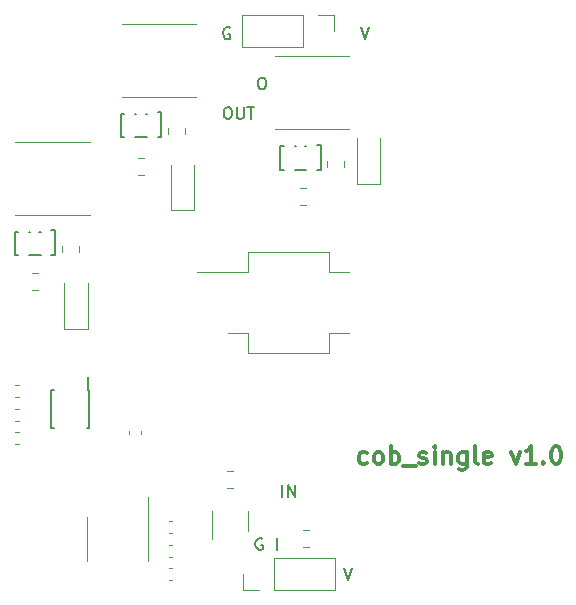
<source format=gbr>
G04 #@! TF.GenerationSoftware,KiCad,Pcbnew,5.1.4-e60b266~84~ubuntu18.04.1*
G04 #@! TF.CreationDate,2019-11-01T22:23:45-06:00*
G04 #@! TF.ProjectId,cob_single,636f625f-7369-46e6-976c-652e6b696361,rev?*
G04 #@! TF.SameCoordinates,Original*
G04 #@! TF.FileFunction,Legend,Top*
G04 #@! TF.FilePolarity,Positive*
%FSLAX46Y46*%
G04 Gerber Fmt 4.6, Leading zero omitted, Abs format (unit mm)*
G04 Created by KiCad (PCBNEW 5.1.4-e60b266~84~ubuntu18.04.1) date 2019-11-01 22:23:45*
%MOMM*%
%LPD*%
G04 APERTURE LIST*
%ADD10C,0.150000*%
%ADD11C,0.300000*%
%ADD12C,0.120000*%
G04 APERTURE END LIST*
D10*
X174476190Y-111452380D02*
X174476190Y-110452380D01*
X174952380Y-111452380D02*
X174952380Y-110452380D01*
X175523809Y-111452380D01*
X175523809Y-110452380D01*
X169750000Y-78452380D02*
X169940476Y-78452380D01*
X170035714Y-78500000D01*
X170130952Y-78595238D01*
X170178571Y-78785714D01*
X170178571Y-79119047D01*
X170130952Y-79309523D01*
X170035714Y-79404761D01*
X169940476Y-79452380D01*
X169750000Y-79452380D01*
X169654761Y-79404761D01*
X169559523Y-79309523D01*
X169511904Y-79119047D01*
X169511904Y-78785714D01*
X169559523Y-78595238D01*
X169654761Y-78500000D01*
X169750000Y-78452380D01*
X170607142Y-78452380D02*
X170607142Y-79261904D01*
X170654761Y-79357142D01*
X170702380Y-79404761D01*
X170797619Y-79452380D01*
X170988095Y-79452380D01*
X171083333Y-79404761D01*
X171130952Y-79357142D01*
X171178571Y-79261904D01*
X171178571Y-78452380D01*
X171511904Y-78452380D02*
X172083333Y-78452380D01*
X171797619Y-79452380D02*
X171797619Y-78452380D01*
X181166666Y-71702380D02*
X181500000Y-72702380D01*
X181833333Y-71702380D01*
X172654761Y-75952380D02*
X172845238Y-75952380D01*
X172940476Y-76000000D01*
X173035714Y-76095238D01*
X173083333Y-76285714D01*
X173083333Y-76619047D01*
X173035714Y-76809523D01*
X172940476Y-76904761D01*
X172845238Y-76952380D01*
X172654761Y-76952380D01*
X172559523Y-76904761D01*
X172464285Y-76809523D01*
X172416666Y-76619047D01*
X172416666Y-76285714D01*
X172464285Y-76095238D01*
X172559523Y-76000000D01*
X172654761Y-75952380D01*
X170011904Y-71750000D02*
X169916666Y-71702380D01*
X169773809Y-71702380D01*
X169630952Y-71750000D01*
X169535714Y-71845238D01*
X169488095Y-71940476D01*
X169440476Y-72130952D01*
X169440476Y-72273809D01*
X169488095Y-72464285D01*
X169535714Y-72559523D01*
X169630952Y-72654761D01*
X169773809Y-72702380D01*
X169869047Y-72702380D01*
X170011904Y-72654761D01*
X170059523Y-72607142D01*
X170059523Y-72273809D01*
X169869047Y-72273809D01*
X174000000Y-115952380D02*
X174000000Y-114952380D01*
X179666666Y-117452380D02*
X180000000Y-118452380D01*
X180333333Y-117452380D01*
X172761904Y-115000000D02*
X172666666Y-114952380D01*
X172523809Y-114952380D01*
X172380952Y-115000000D01*
X172285714Y-115095238D01*
X172238095Y-115190476D01*
X172190476Y-115380952D01*
X172190476Y-115523809D01*
X172238095Y-115714285D01*
X172285714Y-115809523D01*
X172380952Y-115904761D01*
X172523809Y-115952380D01*
X172619047Y-115952380D01*
X172761904Y-115904761D01*
X172809523Y-115857142D01*
X172809523Y-115523809D01*
X172619047Y-115523809D01*
D11*
X181642857Y-108607142D02*
X181500000Y-108678571D01*
X181214285Y-108678571D01*
X181071428Y-108607142D01*
X181000000Y-108535714D01*
X180928571Y-108392857D01*
X180928571Y-107964285D01*
X181000000Y-107821428D01*
X181071428Y-107750000D01*
X181214285Y-107678571D01*
X181500000Y-107678571D01*
X181642857Y-107750000D01*
X182500000Y-108678571D02*
X182357142Y-108607142D01*
X182285714Y-108535714D01*
X182214285Y-108392857D01*
X182214285Y-107964285D01*
X182285714Y-107821428D01*
X182357142Y-107750000D01*
X182500000Y-107678571D01*
X182714285Y-107678571D01*
X182857142Y-107750000D01*
X182928571Y-107821428D01*
X183000000Y-107964285D01*
X183000000Y-108392857D01*
X182928571Y-108535714D01*
X182857142Y-108607142D01*
X182714285Y-108678571D01*
X182500000Y-108678571D01*
X183642857Y-108678571D02*
X183642857Y-107178571D01*
X183642857Y-107750000D02*
X183785714Y-107678571D01*
X184071428Y-107678571D01*
X184214285Y-107750000D01*
X184285714Y-107821428D01*
X184357142Y-107964285D01*
X184357142Y-108392857D01*
X184285714Y-108535714D01*
X184214285Y-108607142D01*
X184071428Y-108678571D01*
X183785714Y-108678571D01*
X183642857Y-108607142D01*
X184642857Y-108821428D02*
X185785714Y-108821428D01*
X186071428Y-108607142D02*
X186214285Y-108678571D01*
X186500000Y-108678571D01*
X186642857Y-108607142D01*
X186714285Y-108464285D01*
X186714285Y-108392857D01*
X186642857Y-108250000D01*
X186500000Y-108178571D01*
X186285714Y-108178571D01*
X186142857Y-108107142D01*
X186071428Y-107964285D01*
X186071428Y-107892857D01*
X186142857Y-107750000D01*
X186285714Y-107678571D01*
X186500000Y-107678571D01*
X186642857Y-107750000D01*
X187357142Y-108678571D02*
X187357142Y-107678571D01*
X187357142Y-107178571D02*
X187285714Y-107250000D01*
X187357142Y-107321428D01*
X187428571Y-107250000D01*
X187357142Y-107178571D01*
X187357142Y-107321428D01*
X188071428Y-107678571D02*
X188071428Y-108678571D01*
X188071428Y-107821428D02*
X188142857Y-107750000D01*
X188285714Y-107678571D01*
X188500000Y-107678571D01*
X188642857Y-107750000D01*
X188714285Y-107892857D01*
X188714285Y-108678571D01*
X190071428Y-107678571D02*
X190071428Y-108892857D01*
X190000000Y-109035714D01*
X189928571Y-109107142D01*
X189785714Y-109178571D01*
X189571428Y-109178571D01*
X189428571Y-109107142D01*
X190071428Y-108607142D02*
X189928571Y-108678571D01*
X189642857Y-108678571D01*
X189500000Y-108607142D01*
X189428571Y-108535714D01*
X189357142Y-108392857D01*
X189357142Y-107964285D01*
X189428571Y-107821428D01*
X189500000Y-107750000D01*
X189642857Y-107678571D01*
X189928571Y-107678571D01*
X190071428Y-107750000D01*
X191000000Y-108678571D02*
X190857142Y-108607142D01*
X190785714Y-108464285D01*
X190785714Y-107178571D01*
X192142857Y-108607142D02*
X192000000Y-108678571D01*
X191714285Y-108678571D01*
X191571428Y-108607142D01*
X191500000Y-108464285D01*
X191500000Y-107892857D01*
X191571428Y-107750000D01*
X191714285Y-107678571D01*
X192000000Y-107678571D01*
X192142857Y-107750000D01*
X192214285Y-107892857D01*
X192214285Y-108035714D01*
X191500000Y-108178571D01*
X193857142Y-107678571D02*
X194214285Y-108678571D01*
X194571428Y-107678571D01*
X195928571Y-108678571D02*
X195071428Y-108678571D01*
X195500000Y-108678571D02*
X195500000Y-107178571D01*
X195357142Y-107392857D01*
X195214285Y-107535714D01*
X195071428Y-107607142D01*
X196571428Y-108535714D02*
X196642857Y-108607142D01*
X196571428Y-108678571D01*
X196500000Y-108607142D01*
X196571428Y-108535714D01*
X196571428Y-108678571D01*
X197571428Y-107178571D02*
X197714285Y-107178571D01*
X197857142Y-107250000D01*
X197928571Y-107321428D01*
X198000000Y-107464285D01*
X198071428Y-107750000D01*
X198071428Y-108107142D01*
X198000000Y-108392857D01*
X197928571Y-108535714D01*
X197857142Y-108607142D01*
X197714285Y-108678571D01*
X197571428Y-108678571D01*
X197428571Y-108607142D01*
X197357142Y-108535714D01*
X197285714Y-108392857D01*
X197214285Y-108107142D01*
X197214285Y-107750000D01*
X197285714Y-107464285D01*
X197357142Y-107321428D01*
X197428571Y-107250000D01*
X197571428Y-107178571D01*
D12*
X153758578Y-92540000D02*
X153241422Y-92540000D01*
X153758578Y-93960000D02*
X153241422Y-93960000D01*
X157210000Y-90758578D02*
X157210000Y-90241422D01*
X155790000Y-90758578D02*
X155790000Y-90241422D01*
D10*
X177700000Y-83750000D02*
X177400000Y-83750000D01*
X177700000Y-81650000D02*
X177400000Y-81650000D01*
X174300000Y-83750000D02*
X174600000Y-83750000D01*
X174300000Y-81750000D02*
X174600000Y-81750000D01*
X177700000Y-81650000D02*
X177700000Y-83750000D01*
X174300000Y-81750000D02*
X174300000Y-83750000D01*
X176400000Y-81750000D02*
X176500000Y-81750000D01*
X175500000Y-81750000D02*
X175600000Y-81750000D01*
X176500000Y-83750000D02*
X175500000Y-83750000D01*
X164200000Y-81000000D02*
X163900000Y-81000000D01*
X164200000Y-78900000D02*
X163900000Y-78900000D01*
X160800000Y-81000000D02*
X161100000Y-81000000D01*
X160800000Y-79000000D02*
X161100000Y-79000000D01*
X164200000Y-78900000D02*
X164200000Y-81000000D01*
X160800000Y-79000000D02*
X160800000Y-81000000D01*
X162900000Y-79000000D02*
X163000000Y-79000000D01*
X162000000Y-79000000D02*
X162100000Y-79000000D01*
X163000000Y-81000000D02*
X162000000Y-81000000D01*
X155200000Y-91000000D02*
X154900000Y-91000000D01*
X155200000Y-88900000D02*
X154900000Y-88900000D01*
X151800000Y-91000000D02*
X152100000Y-91000000D01*
X151800000Y-89000000D02*
X152100000Y-89000000D01*
X155200000Y-88900000D02*
X155200000Y-91000000D01*
X151800000Y-89000000D02*
X151800000Y-91000000D01*
X153900000Y-89000000D02*
X154000000Y-89000000D01*
X153000000Y-89000000D02*
X153100000Y-89000000D01*
X154000000Y-91000000D02*
X153000000Y-91000000D01*
D12*
X168490000Y-112620000D02*
X168490000Y-115050000D01*
X171560000Y-114380000D02*
X171560000Y-112620000D01*
X176508578Y-85290000D02*
X175991422Y-85290000D01*
X176508578Y-86710000D02*
X175991422Y-86710000D01*
X162758578Y-82790000D02*
X162241422Y-82790000D01*
X162758578Y-84210000D02*
X162241422Y-84210000D01*
X173850000Y-80350000D02*
X180150000Y-80350000D01*
X173850000Y-74150000D02*
X180150000Y-74150000D01*
X167150000Y-71400000D02*
X160850000Y-71400000D01*
X167150000Y-77600000D02*
X160850000Y-77600000D01*
X158150000Y-81400000D02*
X151850000Y-81400000D01*
X158150000Y-87600000D02*
X151850000Y-87600000D01*
X180750000Y-84950000D02*
X182750000Y-84950000D01*
X182750000Y-84950000D02*
X182750000Y-81100000D01*
X180750000Y-84950000D02*
X180750000Y-81100000D01*
X165000000Y-87200000D02*
X165000000Y-83350000D01*
X167000000Y-87200000D02*
X167000000Y-83350000D01*
X165000000Y-87200000D02*
X167000000Y-87200000D01*
X156000000Y-97200000D02*
X156000000Y-93350000D01*
X158000000Y-97200000D02*
X158000000Y-93350000D01*
X156000000Y-97200000D02*
X158000000Y-97200000D01*
X179710000Y-83508578D02*
X179710000Y-82991422D01*
X178290000Y-83508578D02*
X178290000Y-82991422D01*
X169741422Y-110710000D02*
X170258578Y-110710000D01*
X169741422Y-109290000D02*
X170258578Y-109290000D01*
X166210000Y-80758578D02*
X166210000Y-80241422D01*
X164790000Y-80758578D02*
X164790000Y-80241422D01*
X178400000Y-90700000D02*
X171600000Y-90700000D01*
X169900000Y-97550000D02*
X171600000Y-97550000D01*
X171600000Y-97550000D02*
X171600000Y-99300000D01*
X178400000Y-97550000D02*
X178400000Y-99300000D01*
X178400000Y-99300000D02*
X171600000Y-99300000D01*
X180100000Y-97550000D02*
X178400000Y-97550000D01*
X179700000Y-92450000D02*
X180100000Y-92450000D01*
X178400000Y-90700000D02*
X178400000Y-92450000D01*
X178400000Y-92450000D02*
X179700000Y-92450000D01*
X171600000Y-90700000D02*
X171600000Y-92450000D01*
X167250000Y-92450000D02*
X171600000Y-92450000D01*
X164837221Y-118510000D02*
X165162779Y-118510000D01*
X164837221Y-117490000D02*
X165162779Y-117490000D01*
X161490000Y-106162779D02*
X161490000Y-105837221D01*
X162510000Y-106162779D02*
X162510000Y-105837221D01*
X176758578Y-115710000D02*
X176241422Y-115710000D01*
X176758578Y-114290000D02*
X176241422Y-114290000D01*
X171170000Y-119330000D02*
X171170000Y-118000000D01*
X172500000Y-119330000D02*
X171170000Y-119330000D01*
X173770000Y-119330000D02*
X173770000Y-116670000D01*
X173770000Y-116670000D02*
X178910000Y-116670000D01*
X173770000Y-119330000D02*
X178910000Y-119330000D01*
X178910000Y-119330000D02*
X178910000Y-116670000D01*
X171090000Y-70670000D02*
X171090000Y-73330000D01*
X176230000Y-70670000D02*
X171090000Y-70670000D01*
X176230000Y-73330000D02*
X171090000Y-73330000D01*
X176230000Y-70670000D02*
X176230000Y-73330000D01*
X177500000Y-70670000D02*
X178830000Y-70670000D01*
X178830000Y-70670000D02*
X178830000Y-72000000D01*
X164837221Y-113490000D02*
X165162779Y-113490000D01*
X164837221Y-114510000D02*
X165162779Y-114510000D01*
X165162779Y-116510000D02*
X164837221Y-116510000D01*
X165162779Y-115490000D02*
X164837221Y-115490000D01*
X151837221Y-105990000D02*
X152162779Y-105990000D01*
X151837221Y-107010000D02*
X152162779Y-107010000D01*
X151837221Y-105010000D02*
X152162779Y-105010000D01*
X151837221Y-103990000D02*
X152162779Y-103990000D01*
X151837221Y-101990000D02*
X152162779Y-101990000D01*
X151837221Y-103010000D02*
X152162779Y-103010000D01*
X157910000Y-115000000D02*
X157910000Y-116880000D01*
X157910000Y-115000000D02*
X157910000Y-113120000D01*
X163090000Y-115000000D02*
X163090000Y-116880000D01*
X163090000Y-115000000D02*
X163090000Y-111475000D01*
D10*
X158125000Y-102375000D02*
X158000000Y-102375000D01*
X158125000Y-105625000D02*
X157900000Y-105625000D01*
X154875000Y-105625000D02*
X155100000Y-105625000D01*
X154875000Y-102375000D02*
X155100000Y-102375000D01*
X158125000Y-102375000D02*
X158125000Y-105625000D01*
X154875000Y-102375000D02*
X154875000Y-105625000D01*
X158000000Y-102375000D02*
X158000000Y-101300000D01*
M02*

</source>
